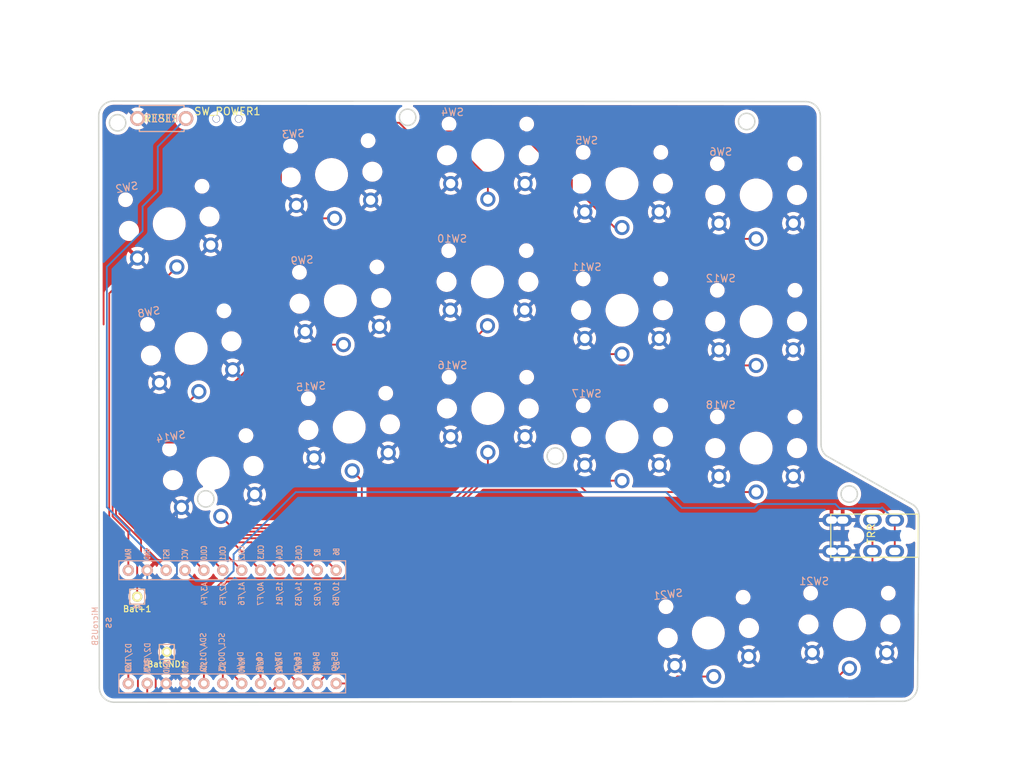
<source format=kicad_pcb>
(kicad_pcb (version 20210623) (generator pcbnew)
  (layers (0 "F.Cu" signal) (31 "B.Cu" signal) (34 "B.Paste" user) (35 "F.Paste" user) (36 "B.SilkS" user "B.Silkscreen") (37 "F.SilkS" user "F.Silkscreen") (38 "B.Mask" user) (39 "F.Mask" user) (44 "Edge.Cuts" user))
  (net 0 "")
  (net 1 "BT+")
  (net 2 "gnd")
  (net 3 "vcc")
  (net 4 "Switch18")
  (net 5 "reset")
  (net 6 "Switch1")
  (net 7 "Switch2")
  (net 8 "Switch3")
  (net 9 "Switch4")
  (net 10 "Switch5")
  (net 11 "Switch6")
  (net 12 "Switch7")
  (net 13 "Switch8")
  (net 14 "Switch9")
  (net 15 "Switch10")
  (net 16 "Switch11")
  (net 17 "Switch12")
  (net 18 "Switch13")
  (net 19 "Switch14")
  (net 20 "Switch15")
  (net 21 "Switch16")
  (net 22 "Switch17")
  (net 23 "Net-(SW_POWER1-Pad1)")
  (net 24 "raw")
  (footprint "kbd:1pin_conn" (layer "F.Cu") (at 19.91 84.74)
    (fp_text reference "Bat+1")
    (fp_text value "MountingHole_Pad" hide)
  )
  (footprint "kbd:1pin_conn" (layer "F.Cu") (at 23.89 92.17)
    (fp_text reference "BatGND1")
    (fp_text value "MountingHole_Pad" hide)
  )
  (footprint "Kailh:SW_PG1350_rev_DPB" (layer "F.Cu") (at 24.21571 34.603084 10)
    (fp_text reference "SW2" hide)
    (fp_text value "SW_Push" hide)
  )
  (footprint "Kailh:SW_PG1350_rev_DPB" (layer "F.Cu") (at 46.039769 27.99 4)
    (fp_text reference "SW3" hide)
    (fp_text value "SW_Push" hide)
  )
  (footprint "Kailh:SW_PG1350_rev_DPB" (layer "F.Cu") (at 67.056 25.4)
    (fp_text reference "SW4" hide)
    (fp_text value "SW_Push" hide)
  )
  (footprint "Kailh:SW_PG1350_rev_DPB" (layer "F.Cu") (at 85.09 29.21)
    (fp_text reference "SW5" hide)
    (fp_text value "SW_Push" hide)
  )
  (footprint "Kailh:SW_PG1350_rev_DPB" (layer "F.Cu") (at 103.124 30.734)
    (fp_text reference "SW6" hide)
    (fp_text value "SW_Push" hide)
  )
  (footprint "Kailh:SW_PG1350_rev_DPB" (layer "F.Cu") (at 27.170855 51.362542 10)
    (fp_text reference "SW8" hide)
    (fp_text value "SW_Push" hide)
  )
  (footprint "Kailh:SW_PG1350_rev_DPB" (layer "F.Cu") (at 47.226884 44.966546 4)
    (fp_text reference "SW9" hide)
    (fp_text value "SW_Push" hide)
  )
  (footprint "Kailh:SW_PG1350_rev_DPB" (layer "F.Cu") (at 67.006 42.418)
    (fp_text reference "SW10" hide)
    (fp_text value "SW_Push" hide)
  )
  (footprint "Kailh:SW_PG1350_rev_DPB" (layer "F.Cu") (at 85.09 46.228)
    (fp_text reference "SW11" hide)
    (fp_text value "SW_Push" hide)
  )
  (footprint "Kailh:SW_PG1350_rev_DPB" (layer "F.Cu") (at 103.124 47.752)
    (fp_text reference "SW12" hide)
    (fp_text value "SW_Push" hide)
  )
  (footprint "Kailh:SW_PG1350_rev_DPB" (layer "F.Cu") (at 30.126 68.122 10)
    (fp_text reference "SW14" hide)
    (fp_text value "SW_Push" hide)
  )
  (footprint "Kailh:SW_PG1350_rev_DPB" (layer "F.Cu") (at 48.414 61.943091 4)
    (fp_text reference "SW15" hide)
    (fp_text value "SW_Push" hide)
  )
  (footprint "Kailh:SW_PG1350_rev_DPB" (layer "F.Cu") (at 67.056 59.436)
    (fp_text reference "SW16" hide)
    (fp_text value "SW_Push" hide)
  )
  (footprint "Kailh:SW_PG1350_rev_DPB" (layer "F.Cu") (at 85.09 63.246)
    (fp_text reference "SW17" hide)
    (fp_text value "SW_Push" hide)
  )
  (footprint "Kailh:SW_PG1350_rev_DPB" (layer "F.Cu") (at 103.124 64.77)
    (fp_text reference "SW18" hide)
    (fp_text value "SW_Push" hide)
  )
  (footprint "Kailh:SW_PG1350_rev_DPB" (layer "F.Cu") (at 96.7 89.62 7)
    (fp_text reference "SW21" hide)
    (fp_text value "SW_Push" hide)
  )
  (footprint "Kailh:SPDT_C128955" (layer "F.Cu") (at 32.04 20.49)
    (fp_text reference "SW_POWER1")
    (fp_text value "SW_SPDT")
  )
  (footprint "foostan:MJ-4PP-9_2side" (layer "F.Cu") (at 125.06 76.54 -90)
    (fp_text reference "J1")
    (fp_text value "MJ-4PP-9" hide)
  )
  (footprint "Kailh:SW_PG1350_rev_DPB" (layer "F.Cu") (at 115.67 88.47)
    (fp_text reference "SW21" hide)
    (fp_text value "SW_Push" hide)
  )
  (footprint "foostan:ResetSW" (layer "B.Cu") (at 23.21 20.45 180)
    (fp_text reference "RSW1" hide)
    (fp_text value "SW_Push")
  )
  (footprint "foostan:ProMicro_v2_1side" (layer "B.Cu") (at 33.2 88.75 -90)
    (fp_text reference "U1" hide)
    (fp_text value "ProMicro-kbd" hide)
  )
  (gr_circle (center 29.13 71.59) (end 30.23 71.59) (layer "Edge.Cuts") (width 0.2) (fill none))
  (gr_circle (center 76.12 65.84) (end 77.22 65.84) (layer "Edge.Cuts") (width 0.2) (fill none))
  (gr_circle (center 56.27 20.29) (end 57.37 20.29) (layer "Edge.Cuts") (width 0.2) (fill none))
  (gr_line (start 125.041822 73.962698) (end 124.82 96.81) (layer "Edge.Cuts") (width 0.2))
  (gr_arc (start 16.819309 96.927034) (end 14.820011 96.924822) (angle -90.0832) (layer "Edge.Cuts") (width 0.2))
  (gr_arc (start 122.82 96.81) (end 122.82 98.81) (angle -90) (layer "Edge.Cuts") (width 0.2))
  (gr_arc (start 109.76 20.176399) (end 111.76 20.176399) (angle -89.9563) (layer "Edge.Cuts") (width 0.2))
  (gr_circle (center 17.28 21.03) (end 18.38 21.03) (layer "Edge.Cuts") (width 0.2) (fill none))
  (gr_arc (start 16.7313 20.1087) (end 16.733512 18.109402) (angle -90.0832) (layer "Edge.Cuts") (width 0.2))
  (gr_line (start 124.28 72.42) (end 112.564174 65.798649) (layer "Edge.Cuts") (width 0.2))
  (gr_circle (center 101.847999 20.8539) (end 102.947999 20.8539) (layer "Edge.Cuts") (width 0.2) (fill none))
  (gr_line (start 111.847943 64.265047) (end 111.76 20.176399) (layer "Edge.Cuts") (width 0.2))
  (gr_arc (start 123.09892 73.962698) (end 125.041822 73.962698) (angle -52.56255601) (layer "Edge.Cuts") (width 0.2))
  (gr_line (start 109.761525 18.1764) (end 16.733512 18.109402) (layer "Edge.Cuts") (width 0.2))
  (gr_arc (start 113.847943 64.265047) (end 111.847943 64.265047) (angle -50.0675) (layer "Edge.Cuts") (width 0.2))
  (gr_circle (center 115.64 70.94) (end 116.74 70.94) (layer "Edge.Cuts") (width 0.2) (fill none))
  (gr_line (start 16.82 98.926333) (end 122.82 98.81) (layer "Edge.Cuts") (width 0.2))
  (gr_line (start 14.732 20.1094) (end 14.820011 96.924822) (layer "Edge.Cuts") (width 0.2))
  (segment (start 31.29 23.79452) (end 37.88548 30.39) (width 0.25) (layer "F.Cu") (net 1))
  (segment (start 31.955 43.23048) (end 18.15952 43.23048) (width 0.25) (layer "F.Cu") (net 1))
  (segment (start 20.43 77.125718) (end 20.43 78.97) (width 0.25) (layer "F.Cu") (net 1))
  (segment (start 17.06048 73.756198) (end 20.43 77.125718) (width 0.25) (layer "F.Cu") (net 1))
  (segment (start 18.15952 43.23048) (end 17.06048 44.32952) (width 0.25) (layer "F.Cu") (net 1))
  (segment (start 19.91 79.49) (end 19.91 84.74) (width 0.25) (layer "F.Cu") (net 1))
  (segment (start 20.43 78.97) (end 19.91 79.49) (width 0.25) (layer "F.Cu") (net 1))
  (segment (start 37.88548 37.3) (end 31.955 43.23048) (width 0.25) (layer "F.Cu") (net 1))
  (segment (start 31.29 22.565) (end 31.29 23.79452) (width 0.25) (layer "F.Cu") (net 1))
  (segment (start 17.06048 44.32952) (end 17.06048 73.756198) (width 0.25) (layer "F.Cu") (net 1))
  (segment (start 37.88548 30.39) (end 37.88548 37.3) (width 0.25) (layer "F.Cu") (net 1))
  (segment (start 113.26 74.44) (end 113.26 78.64) (width 0.25) (layer "F.Cu") (net 2))
  (segment (start 114.76 78.64) (end 113.26 78.64) (width 0.25) (layer "F.Cu") (net 2))
  (segment (start 114.76 74.44) (end 114.76 78.64) (width 0.25) (layer "F.Cu") (net 2))
  (segment (start 113.26 74.44) (end 114.76 74.44) (width 0.25) (layer "F.Cu") (net 2))
  (segment (start 113.26 73.706) (end 113.26 74.44) (width 0.25) (layer "B.Cu") (net 2))
  (segment (start 25.255489 81.724511) (end 23.43 83.55) (width 0.25) (layer "B.Cu") (net 2))
  (segment (start 25.255489 73.338845) (end 25.255489 81.724511) (width 0.25) (layer "B.Cu") (net 2))
  (segment (start 23.43 83.55) (end 22.26 83.55) (width 0.25) (layer "B.Cu") (net 2))
  (segment (start 21.262 82.552) (end 21.262 81.1864) (width 0.25) (layer "B.Cu") (net 2))
  (segment (start 22.26 83.55) (end 21.262 82.552) (width 0.25) (layer "B.Cu") (net 2))
  (segment (start 25.861824 72.73251) (end 25.255489 73.338845) (width 0.25) (layer "B.Cu") (net 2))
  (segment (start 121.76 74.44) (end 121.76 78.64) (width 0.25) (layer "F.Cu") (net 3))
  (segment (start 113.765 72.285) (end 114.35 72.87) (width 0.25) (layer "B.Cu") (net 3))
  (segment (start 102.884141 72.805859) (end 103.405 72.285) (width 0.25) (layer "B.Cu") (net 3))
  (segment (start 114.35 72.87) (end 119.92 72.87) (width 0.25) (layer "B.Cu") (net 3))
  (segment (start 103.405 72.285) (end 113.765 72.285) (width 0.25) (layer "B.Cu") (net 3))
  (segment (start 32.875489 79.034511) (end 41.23 70.68) (width 0.25) (layer "B.Cu") (net 3))
  (segment (start 93.135859 72.805859) (end 102.884141 72.805859) (width 0.25) (layer "B.Cu") (net 3))
  (segment (start 26.342 81.1864) (end 27.795489 82.639889) (width 0.25) (layer "B.Cu") (net 3))
  (segment (start 32.875489 81.269471) (end 32.875489 79.034511) (width 0.25) (layer "B.Cu") (net 3))
  (segment (start 41.23 70.68) (end 91.01 70.68) (width 0.25) (layer "B.Cu") (net 3))
  (segment (start 31.505071 82.639889) (end 32.875489 81.269471) (width 0.25) (layer "B.Cu") (net 3))
  (segment (start 91.01 70.68) (end 93.135859 72.805859) (width 0.25) (layer "B.Cu") (net 3))
  (segment (start 27.795489 82.639889) (end 31.505071 82.639889) (width 0.25) (layer "B.Cu") (net 3))
  (segment (start 119.92 72.87) (end 120.055 72.735) (width 0.25) (layer "B.Cu") (net 3))
  (segment (start 120.055 72.735) (end 121.76 74.44) (width 0.25) (layer "B.Cu") (net 3))
  (segment (start 118.76 78.64) (end 118.76 93.9) (width 0.25) (layer "F.Cu") (net 4))
  (segment (start 47.93904 97.81) (end 47.50952 98.23952) (width 0.25) (layer "F.Cu") (net 4))
  (segment (start 21.262 97.942) (end 21.262 96.4064) (width 0.25) (layer "F.Cu") (net 4))
  (segment (start 114.85 97.81) (end 47.93904 97.81) (width 0.25) (layer "F.Cu") (net 4))
  (segment (start 21.55952 98.23952) (end 21.262 97.942) (width 0.25) (layer "F.Cu") (net 4))
  (segment (start 118.76 93.9) (end 114.85 97.81) (width 0.25) (layer "F.Cu") (net 4))
  (segment (start 47.50952 98.23952) (end 21.55952 98.23952) (width 0.25) (layer "F.Cu") (net 4))
  (segment (start 118.76 78.64) (end 118.76 74.44) (width 0.25) (layer "F.Cu") (net 4))
  (segment (start 26.46 20.45) (end 22.684 24.226) (width 0.25) (layer "B.Cu") (net 5))
  (segment (start 22.684 30.226) (end 20.638666 32.271334) (width 0.25) (layer "B.Cu") (net 5))
  (segment (start 18.8756 76.26) (end 23.802 81.1864) (width 0.25) (layer "B.Cu") (net 5))
  (segment (start 18.8756 75.7456) (end 15.83 72.7) (width 0.25) (layer "B.Cu") (net 5))
  (segment (start 15.83 40.387332) (end 15.83 72.7) (width 0.25) (layer "B.Cu") (net 5))
  (segment (start 22.684 24.966) (end 22.684 30.226) (width 0.25) (layer "B.Cu") (net 5))
  (segment (start 20.638666 32.271334) (end 20.638666 35.578666) (width 0.25) (layer "B.Cu") (net 5))
  (segment (start 20.638666 35.578666) (end 15.83 40.387332) (width 0.25) (layer "B.Cu") (net 5))
  (segment (start 18.8756 76.26) (end 18.8756 75.7456) (width 0.25) (layer "B.Cu") (net 5))
  (segment (start 22.684 24.226) (end 22.684 24.966) (width 0.25) (layer "B.Cu") (net 5))
  (segment (start 22.399889 95.319889) (end 22.399889 96.959889) (width 0.25) (layer "F.Cu") (net 6))
  (segment (start 23.23 97.79) (end 37.6584 97.79) (width 0.25) (layer "F.Cu") (net 6))
  (segment (start 16.157621 95.378581) (end 17.08452 96.30548) (width 0.25) (layer "F.Cu") (net 6))
  (segment (start 22.399889 96.959889) (end 23.23 97.79) (width 0.25) (layer "F.Cu") (net 6))
  (segment (start 25.240234 40.41345) (end 23.322244 42.33144) (width 0.25) (layer "F.Cu") (net 6))
  (segment (start 20.01 95.42) (end 20.5 94.93) (width 0.25) (layer "F.Cu") (net 6))
  (segment (start 16.157621 43.960944) (end 16.157621 95.378581) (width 0.25) (layer "F.Cu") (net 6))
  (segment (start 23.322244 42.33144) (end 17.787124 42.33144) (width 0.25) (layer "F.Cu") (net 6))
  (segment (start 20.5 94.93) (end 22.01 94.93) (width 0.25) (layer "F.Cu") (net 6))
  (segment (start 19.59 98.05) (end 20.01 97.63) (width 0.25) (layer "F.Cu") (net 6))
  (segment (start 17.787124 42.33144) (end 16.157621 43.960944) (width 0.25) (layer "F.Cu") (net 6))
  (segment (start 17.97 98.05) (end 19.59 98.05) (width 0.25) (layer "F.Cu") (net 6))
  (segment (start 20.01 97.63) (end 20.01 95.42) (width 0.25) (layer "F.Cu") (net 6))
  (segment (start 17.08452 97.16452) (end 17.97 98.05) (width 0.25) (layer "F.Cu") (net 6))
  (segment (start 17.08452 96.30548) (end 17.08452 97.16452) (width 0.25) (layer "F.Cu") (net 6))
  (segment (start 37.6584 97.79) (end 39.042 96.4064) (width 0.25) (layer "F.Cu") (net 6))
  (segment (start 22.01 94.93) (end 22.399889 95.319889) (width 0.25) (layer "F.Cu") (net 6))
  (segment (start 32.730012 45.037139) (end 43.891523 33.875628) (width 0.25) (layer "F.Cu") (net 7))
  (segment (start 27.689595 77.87816) (end 27.475717 77.664283) (width 0.25) (layer "F.Cu") (net 7))
  (segment (start 36.502 81.1864) (end 33.19376 77.87816) (width 0.25) (layer "F.Cu") (net 7))
  (segment (start 43.891523 33.875628) (end 46.451332 33.875628) (width 0.25) (layer "F.Cu") (net 7))
  (segment (start 18.87856 73.027604) (end 18.87856 45.592396) (width 0.25) (layer "F.Cu") (net 7))
  (segment (start 27.420478 77.719522) (end 23.570478 77.719522) (width 0.25) (layer "F.Cu") (net 7))
  (segment (start 19.433817 45.037139) (end 32.730012 45.037139) (width 0.25) (layer "F.Cu") (net 7))
  (segment (start 33.19376 77.87816) (end 27.689595 77.87816) (width 0.25) (layer "F.Cu") (net 7))
  (segment (start 27.475717 77.664283) (end 27.420478 77.719522) (width 0.25) (layer "F.Cu") (net 7))
  (segment (start 18.87856 45.592396) (end 19.433817 45.037139) (width 0.25) (layer "F.Cu") (net 7))
  (segment (start 23.570478 77.719522) (end 18.87856 73.027604) (width 0.25) (layer "F.Cu") (net 7))
  (segment (start 39.234039 22.665961) (end 39.234039 37.897395) (width 0.25) (layer "F.Cu") (net 8))
  (segment (start 27.138518 78.171482) (end 27.294716 78.32768) (width 0.25) (layer "F.Cu") (net 8))
  (segment (start 39.95 21.95) (end 39.234039 22.665961) (width 0.25) (layer "F.Cu") (net 8))
  (segment (start 39.234039 37.897395) (end 32.543815 44.587619) (width 0.25) (layer "F.Cu") (net 8))
  (segment (start 54.6 21.95) (end 39.95 21.95) (width 0.25) (layer "F.Cu") (net 8))
  (segment (start 31.10328 78.32768) (end 33.962 81.1864) (width 0.25) (layer "F.Cu") (net 8))
  (segment (start 23.38672 78.171482) (end 27.138518 78.171482) (width 0.25) (layer "F.Cu") (net 8))
  (segment (start 18.42904 73.213802) (end 23.38672 78.171482) (width 0.25) (layer "F.Cu") (net 8))
  (segment (start 32.543815 44.587619) (end 19.247619 44.587619) (width 0.25) (layer "F.Cu") (net 8))
  (segment (start 67.056 31.3) (end 67.056 28.357452) (width 0.25) (layer "F.Cu") (net 8))
  (segment (start 27.294716 78.32768) (end 31.10328 78.32768) (width 0.25) (layer "F.Cu") (net 8))
  (segment (start 61.83 23.131452) (end 55.781452 23.131452) (width 0.25) (layer "F.Cu") (net 8))
  (segment (start 67.056 28.357452) (end 61.83 23.131452) (width 0.25) (layer "F.Cu") (net 8))
  (segment (start 55.781452 23.131452) (end 54.6 21.95) (width 0.25) (layer "F.Cu") (net 8))
  (segment (start 19.247619 44.587619) (end 18.42904 45.406198) (width 0.25) (layer "F.Cu") (net 8))
  (segment (start 18.42904 45.406198) (end 18.42904 73.213802) (width 0.25) (layer "F.Cu") (net 8))
  (segment (start 17.97952 73.4) (end 23.2022 78.62268) (width 0.25) (layer "F.Cu") (net 9))
  (segment (start 23.2022 78.62268) (end 26.953998 78.62268) (width 0.25) (layer "F.Cu") (net 9))
  (segment (start 84.109852 35.11) (end 80.134926 31.135074) (width 0.25) (layer "F.Cu") (net 9))
  (segment (start 77.784926 28.785074) (end 71.639372 22.63952) (width 0.25) (layer "F.Cu") (net 9))
  (segment (start 85.09 35.11) (end 84.109852 35.11) (width 0.25) (layer "F.Cu") (net 9))
  (segment (start 38.78452 21.53548) (end 38.78452 37.711197) (width 0.25) (layer "F.Cu") (net 9))
  (segment (start 32.366197 44.12952) (end 19.07 44.12952) (width 0.25) (layer "F.Cu") (net 9))
  (segment (start 77.75 28.82) (end 77.75 30.51) (width 0.25) (layer "F.Cu") (net 9))
  (segment (start 70.92 22.63952) (end 70.877588 22.681932) (width 0.25) (layer "F.Cu") (net 9))
  (segment (start 78.375074 31.135074) (end 80.134926 31.135074) (width 0.25) (layer "F.Cu") (net 9))
  (segment (start 29.0128 78.7772) (end 31.422 81.1864) (width 0.25) (layer "F.Cu") (net 9))
  (segment (start 77.784926 28.785074) (end 77.75 28.82) (width 0.25) (layer "F.Cu") (net 9))
  (segment (start 71.639372 22.63952) (end 70.92 22.63952) (width 0.25) (layer "F.Cu") (net 9))
  (segment (start 17.97952 45.26) (end 17.97952 73.4) (width 0.25) (layer "F.Cu") (net 9))
  (segment (start 17.95952 45.24) (end 17.97952 45.26) (width 0.25) (layer "F.Cu") (net 9))
  (segment (start 54.938979 21.47952) (end 38.84048 21.47952) (width 0.25) (layer "F.Cu") (net 9))
  (segment (start 38.84048 21.47952) (end 38.78452 21.53548) (width 0.25) (layer "F.Cu") (net 9))
  (segment (start 27.108518 78.7772) (end 29.0128 78.7772) (width 0.25) (layer "F.Cu") (net 9))
  (segment (start 19.07 44.12952) (end 17.95952 45.24) (width 0.25) (layer "F.Cu") (net 9))
  (segment (start 77.75 30.51) (end 78.375074 31.135074) (width 0.25) (layer "F.Cu") (net 9))
  (segment (start 37.847859 38.647859) (end 32.366197 44.12952) (width 0.25) (layer "F.Cu") (net 9))
  (segment (start 38.78452 37.711197) (end 37.847859 38.647859) (width 0.25) (layer "F.Cu") (net 9))
  (segment (start 26.953998 78.62268) (end 27.108518 78.7772) (width 0.25) (layer "F.Cu") (net 9))
  (segment (start 56.14139 22.681932) (end 54.938979 21.47952) (width 0.25) (layer "F.Cu") (net 9))
  (segment (start 37.847859 38.647859) (end 37.977859 38.517859) (width 0.25) (layer "F.Cu") (net 9))
  (segment (start 70.877588 22.681932) (end 56.14139 22.681932) (width 0.25) (layer "F.Cu") (net 9))
  (segment (start 38.56 21.03) (end 38.335 21.255) (width 0.25) (layer "F.Cu") (net 10))
  (segment (start 18.57 43.68) (end 17.51 44.74) (width 0.25) (layer "F.Cu") (net 10))
  (segment (start 17.51 66.29) (end 17.53 66.31) (width 0.25) (layer "F.Cu") (net 10))
  (segment (start 78.561272 30.685554) (end 78.347859 30.472141) (width 0.25) (layer "F.Cu") (net 10))
  (segment (start 55.125177 21.03) (end 38.56 21.03) (width 0.25) (layer "F.Cu") (net 10))
  (segment (start 17.53 73.59) (end 23.0122 79.0722) (width 0.25) (layer "F.Cu") (net 10))
  (segment (start 56.285176 22.19) (end 55.125177 21.03) (width 0.25) (layer "F.Cu") (net 10))
  (segment (start 38.335 21.255) (end 38.335 37.525) (width 0.25) (layer "F.Cu") (net 10))
  (segment (start 86.155 33.325) (end 82.96057 33.325) (width 0.25) (layer "F.Cu") (net 10))
  (segment (start 78.347859 30.472141) (end 78.347859 28.712289) (width 0.25) (layer "F.Cu") (net 10))
  (segment (start 17.53 66.31) (end 17.53 73.59) (width 0.25) (layer "F.Cu") (net 10))
  (segment (start 80.321124 30.685554) (end 78.561272 30.685554) (width 0.25) (layer "F.Cu") (net 10))
  (segment (start 71.82557 22.19) (end 56.285176 22.19) (width 0.25) (layer "F.Cu") (net 10))
  (segment (start 78.347859 28.712289) (end 71.82557 22.19) (width 0.25) (layer "F.Cu") (net 10))
  (segment (start 32.18 43.68) (end 18.57 43.68) (width 0.25) (layer "F.Cu") (net 10))
  (segment (start 17.51 44.74) (end 17.51 66.29) (width 0.25) (layer "F.Cu") (net 10))
  (segment (start 82.96057 33.325) (end 80.321124 30.685554) (width 0.25) (layer "F.Cu") (net 10))
  (segment (start 23.0122 79.0722) (end 26.7678 79.0722) (width 0.25) (layer "F.Cu") (net 10))
  (segment (start 26.7678 79.0722) (end 28.882 81.1864) (width 0.25) (layer "F.Cu") (net 10))
  (segment (start 38.335 37.525) (end 32.18 43.68) (width 0.25) (layer "F.Cu") (net 10))
  (segment (start 89.464 36.634) (end 86.155 33.325) (width 0.25) (layer "F.Cu") (net 10))
  (segment (start 103.124 36.634) (end 89.464 36.634) (width 0.25) (layer "F.Cu") (net 10))
  (segment (start 23.508287 61.86) (end 21.484283 61.86) (width 0.25) (layer "F.Cu") (net 11))
  (segment (start 35.28424 77.42864) (end 39.042 81.1864) (width 0.25) (layer "F.Cu") (net 11))
  (segment (start 23.623097 77.136423) (end 27.583577 77.136423) (width 0.25) (layer "F.Cu") (net 11))
  (segment (start 19.32808 64.29808) (end 19.32808 72.841406) (width 0.25) (layer "F.Cu") (net 11))
  (segment (start 28.195379 57.172908) (end 23.508287 61.86) (width 0.25) (layer "F.Cu") (net 11))
  (segment (start 19.32808 64.29808) (end 19.32808 64.001403) (width 0.25) (layer "F.Cu") (net 11))
  (segment (start 27.583577 77.136423) (end 27.875793 77.42864) (width 0.25) (layer "F.Cu") (net 11))
  (segment (start 27.875793 77.42864) (end 35.28424 77.42864) (width 0.25) (layer "F.Cu") (net 11))
  (segment (start 19.32808 72.841406) (end 23.623097 77.136423) (width 0.25) (layer "F.Cu") (net 11))
  (segment (start 21.484283 61.86) (end 19.596202 63.74808) (width 0.25) (layer "F.Cu") (net 11))
  (segment (start 19.32808 64.001403) (end 19.588803 63.74068) (width 0.25) (layer "F.Cu") (net 11))
  (segment (start 23.750956 76.628564) (end 27.711436 76.628564) (width 0.25) (layer "F.Cu") (net 12))
  (segment (start 26.217098 62.67) (end 21.31 62.67) (width 0.25) (layer "F.Cu") (net 12))
  (segment (start 27.972871 76.89) (end 37.2856 76.89) (width 0.25) (layer "F.Cu") (net 12))
  (segment (start 37.2856 76.89) (end 41.582 81.1864) (width 0.25) (layer "F.Cu") (net 12))
  (segment (start 19.7924 64.1876) (end 19.7776 64.1876) (width 0.25) (layer "F.Cu") (net 12))
  (segment (start 19.7776 72.655208) (end 23.750956 76.628564) (width 0.25) (layer "F.Cu") (net 12))
  (segment (start 45.782174 50.852174) (end 43.423868 53.21048) (width 0.25) (layer "F.Cu") (net 12))
  (segment (start 35.676618 53.21048) (end 26.217098 62.67) (width 0.25) (layer "F.Cu") (net 12))
  (segment (start 47.638447 50.852174) (end 45.782174 50.852174) (width 0.25) (layer "F.Cu") (net 12))
  (segment (start 21.31 62.67) (end 19.7924 64.1876) (width 0.25) (layer "F.Cu") (net 12))
  (segment (start 43.423868 53.21048) (end 35.676618 53.21048) (width 0.25) (layer "F.Cu") (net 12))
  (segment (start 19.7776 64.1876) (end 19.7776 72.655208) (width 0.25) (layer "F.Cu") (net 12))
  (segment (start 27.711436 76.628564) (end 27.972871 76.89) (width 0.25) (layer "F.Cu") (net 12))
  (segment (start 20.22712 64.41288) (end 20.22712 72.43712) (width 0.25) (layer "F.Cu") (net 13))
  (segment (start 51.23 51.45) (end 49.02 53.66) (width 0.25) (layer "F.Cu") (net 13))
  (segment (start 28.159069 76.44048) (end 39.37608 76.44048) (width 0.25) (layer "F.Cu") (net 13))
  (segment (start 49.02 53.66) (end 35.862816 53.66) (width 0.25) (layer "F.Cu") (net 13))
  (segment (start 26.403295 63.11952) (end 21.51952 63.11952) (width 0.25) (layer "F.Cu") (net 13))
  (segment (start 21.51952 63.11952) (end 21.51952 63.12048) (width 0.25) (layer "F.Cu") (net 13))
  (segment (start 63.874 51.45) (end 51.23 51.45) (width 0.25) (layer "F.Cu") (net 13))
  (segment (start 20.22712 72.43712) (end 23.969044 76.179044) (width 0.25) (layer "F.Cu") (net 13))
  (segment (start 39.37608 76.44048) (end 44.122 81.1864) (width 0.25) (layer "F.Cu") (net 13))
  (segment (start 27.897633 76.179044) (end 28.159069 76.44048) (width 0.25) (layer "F.Cu") (net 13))
  (segment (start 67.006 48.318) (end 63.874 51.45) (width 0.25) (layer "F.Cu") (net 13))
  (segment (start 35.862816 53.66) (end 26.403295 63.11952) (width 0.25) (layer "F.Cu") (net 13))
  (segment (start 21.51952 63.12048) (end 20.22712 64.41288) (width 0.25) (layer "F.Cu") (net 13))
  (segment (start 23.969044 76.179044) (end 27.897633 76.179044) (width 0.25) (layer "F.Cu") (net 13))
  (segment (start 28.5 75.99096) (end 41.46656 75.99096) (width 0.25) (layer "F.Cu") (net 14))
  (segment (start 21.79424 63.56904) (end 20.67664 64.68664) (width 0.25) (layer "F.Cu") (net 14))
  (segment (start 20.67664 72.22664) (end 24.179524 75.729524) (width 0.25) (layer "F.Cu") (net 14))
  (segment (start 20.67664 64.68664) (end 20.67664 72.22664) (width 0.25) (layer "F.Cu") (net 14))
  (segment (start 24.179524 75.729524) (end 28.238564 75.729524) (width 0.25) (layer "F.Cu") (net 14))
  (segment (start 49.206197 54.10952) (end 36.067762 54.10952) (width 0.25) (layer "F.Cu") (net 14))
  (segment (start 85.09 52.128) (end 51.187718 52.128) (width 0.25) (layer "F.Cu") (net 14))
  (segment (start 26.608242 63.56904) (end 21.79424 63.56904) (width 0.25) (layer "F.Cu") (net 14))
  (segment (start 41.46656 75.99096) (end 46.662 81.1864) (width 0.25) (layer "F.Cu") (net 14))
  (segment (start 36.067762 54.10952) (end 26.608242 63.56904) (width 0.25) (layer "F.Cu") (net 14))
  (segment (start 28.238564 75.729524) (end 28.5 75.99096) (width 0.25) (layer "F.Cu") (net 14))
  (segment (start 51.187718 52.128) (end 49.206197 54.10952) (width 0.25) (layer "F.Cu") (net 14))
  (segment (start 31.777859 82.272911) (end 28.405385 85.645385) (width 0.25) (layer "F.Cu") (net 15))
  (segment (start 19.26 93.79) (end 27.17 93.79) (width 0.25) (layer "F.Cu") (net 15))
  (segment (start 28.43248 92.55) (end 27.18124 93.80124) (width 0.25) (layer "F.Cu") (net 15))
  (segment (start 28.290385 85.760385) (end 28.43248 85.90248) (width 0.25) (layer "F.Cu") (net 15))
  (segment (start 26.878242 64.01856) (end 22.12144 64.01856) (width 0.25) (layer "F.Cu") (net 15))
  (segment (start 29.41 75.54144) (end 43.85856 75.54144) (width 0.25) (layer "F.Cu") (net 15))
  (segment (start 49.786233 82.272911) (end 31.777859 82.272911) (width 0.25) (layer "F.Cu") (net 15))
  (segment (start 18.722 96.4064) (end 18.722 94.328) (width 0.25) (layer "F.Cu") (net 15))
  (segment (start 51.44 52.57752) (end 49.45848 54.55904) (width 0.25) (layer "F.Cu") (net 15))
  (segment (start 18.722 94.328) (end 19.26 93.79) (width 0.25) (layer "F.Cu") (net 15))
  (segment (start 81.97752 52.57752) (end 51.44 52.57752) (width 0.25) (layer "F.Cu") (net 15))
  (segment (start 22.12144 64.01856) (end 21.12616 65.01384) (width 0.25) (layer "F.Cu") (net 15))
  (segment (start 49.457089 81.139969) (end 49.457089 81.147089) (width 0.25) (layer "F.Cu") (net 15))
  (segment (start 29.148564 75.280004) (end 29.41 75.54144) (width 0.25) (layer "F.Cu") (net 15))
  (segment (start 50.02 82.039144) (end 49.786233 82.272911) (width 0.25) (layer "F.Cu") (net 15))
  (segment (start 83.052 53.652) (end 81.97752 52.57752) (width 0.25) (layer "F.Cu") (net 15))
  (segment (start 49.45848 54.55904) (end 36.337762 54.55904) (width 0.25) (layer "F.Cu") (net 15))
  (segment (start 50.02 81.71) (end 50.02 82.039144) (width 0.25) (layer "F.Cu") (net 15))
  (segment (start 21.12616 65.01384) (end 21.12616 72.01) (width 0.25) (layer "F.Cu") (net 15))
  (segment (start 24.396164 75.280004) (end 29.148564 75.280004) (width 0.25) (layer "F.Cu") (net 15))
  (segment (start 27.17 93.79) (end 27.18124 93.80124) (width 0.25) (layer "F.Cu") (net 15))
  (segment (start 49.457089 81.147089) (end 50.02 81.71) (width 0.25) (layer "F.Cu") (net 15))
  (segment (start 21.12616 72.01) (end 24.396164 75.280004) (width 0.25) (layer "F.Cu") (net 15))
  (segment (start 28.490385 85.560385) (end 28.290385 85.760385) (width 0.25) (layer "F.Cu") (net 15))
  (segment (start 103.124 53.652) (end 83.052 53.652) (width 0.25) (layer "F.Cu") (net 15))
  (segment (start 28.43248 85.90248) (end 28.43248 92.55) (width 0.25) (layer "F.Cu") (net 15))
  (segment (start 36.337762 54.55904) (end 26.878242 64.01856) (width 0.25) (layer "F.Cu") (net 15))
  (segment (start 43.85856 75.54144) (end 49.457089 81.139969) (width 0.25) (layer "F.Cu") (net 15))
  (segment (start 44.30808 75.355243) (end 50.47 81.517163) (width 0.25) (layer "F.Cu") (net 16))
  (segment (start 44.044758 75.09192) (end 44.30808 75.355243) (width 0.25) (layer "F.Cu") (net 16))
  (segment (start 31.964057 82.722431) (end 28.882 85.804488) (width 0.25) (layer "F.Cu") (net 16))
  (segment (start 50.47 82.224862) (end 49.972431 82.722431) (width 0.25) (layer "F.Cu") (net 16))
  (segment (start 31.150524 73.932366) (end 32.310078 75.09192) (width 0.25) (layer "F.Cu") (net 16))
  (segment (start 32.310078 75.09192) (end 44.044758 75.09192) (width 0.25) (layer "F.Cu") (net 16))
  (segment (start 28.882 85.804488) (end 28.882 96.4064) (width 0.25) (layer "F.Cu") (net 16))
  (segment (start 49.972431 82.722431) (end 31.964057 82.722431) (width 0.25) (layer "F.Cu") (net 16))
  (segment (start 50.47 81.517163) (end 50.47 82.224862) (width 0.25) (layer "F.Cu") (net 16))
  (segment (start 31.422 94.982) (end 31.422 96.4064) (width 0.25) (layer "F.Cu") (net 17))
  (segment (start 29.33152 92.89152) (end 31.422 94.982) (width 0.25) (layer "F.Cu") (net 17))
  (segment (start 50.99 81.21) (end 50.99 82.41) (width 0.25) (layer "F.Cu") (net 17))
  (segment (start 31.962206 83.36) (end 29.33152 85.990686) (width 0.25) (layer "F.Cu") (net 17))
  (segment (start 50.11 80.33) (end 50.99 81.21) (width 0.25) (layer "F.Cu") (net 17))
  (segment (start 48.825563 67.828719) (end 50.11 69.113156) (width 0.25) (layer "F.Cu") (net 17))
  (segment (start 50.99 82.41) (end 50.04 83.36) (width 0.25) (layer "F.Cu") (net 17))
  (segment (start 50.04 83.36) (end 31.962206 83.36) (width 0.25) (layer "F.Cu") (net 17))
  (segment (start 50.11 69.113156) (end 50.11 80.33) (width 0.25) (layer "F.Cu") (net 17))
  (segment (start 29.33152 85.990686) (end 29.33152 92.89152) (width 0.25) (layer "F.Cu") (net 17))
  (segment (start 29.78104 92.68) (end 30.2356 92.68) (width 0.25) (layer "F.Cu") (net 18))
  (segment (start 67.056 67.14304) (end 50.38952 83.80952) (width 0.25) (layer "F.Cu") (net 18))
  (segment (start 29.78104 86.176884) (end 29.78104 92.68) (width 0.25) (layer "F.Cu") (net 18))
  (segment (start 30.2356 92.68) (end 33.962 96.4064) (width 0.25) (layer "F.Cu") (net 18))
  (segment (start 32.148404 83.80952) (end 29.78104 86.176884) (width 0.25) (layer "F.Cu") (net 18))
  (segment (start 50.38952 83.80952) (end 32.148404 83.80952) (width 0.25) (layer "F.Cu") (net 18))
  (segment (start 67.056 65.336) (end 67.056 67.14304) (width 0.25) (layer "F.Cu") (net 18))
  (segment (start 30.23056 92.02) (end 32.88056 94.67) (width 0.25) (layer "F.Cu") (net 19))
  (segment (start 32.88056 94.67) (end 35.86 94.67) (width 0.25) (layer "F.Cu") (net 19))
  (segment (start 36.502 95.312) (end 36.502 96.4064) (width 0.25) (layer "F.Cu") (net 19))
  (segment (start 65.86208 69.146) (end 50.74904 84.25904) (width 0.25) (layer "F.Cu") (net 19))
  (segment (start 30.23056 86.363082) (end 30.23056 92.02) (width 0.25) (layer "F.Cu") (net 19))
  (segment (start 35.86 94.67) (end 36.502 95.312) (width 0.25) (layer "F.Cu") (net 19))
  (segment (start 32.334602 84.25904) (end 30.23056 86.363082) (width 0.25) (layer "F.Cu") (net 19))
  (segment (start 85.09 69.146) (end 65.86208 69.146) (width 0.25) (layer "F.Cu") (net 19))
  (segment (start 50.74904 84.25904) (end 32.334602 84.25904) (width 0.25) (layer "F.Cu") (net 19))
  (segment (start 39.39608 94.22048) (end 41.582 96.4064) (width 0.25) (layer "F.Cu") (net 20))
  (segment (start 66.09 69.59552) (end 51.06144 84.62408) (width 0.25) (layer "F.Cu") (net 20))
  (segment (start 51.06144 84.70856) (end 32.5208 84.70856) (width 0.25) (layer "F.Cu") (net 20))
  (segment (start 80.21 70.59) (end 79.21552 69.59552) (width 0.25) (layer "F.Cu") (net 20))
  (segment (start 30.68008 91.833802) (end 33.066758 94.22048) (width 0.25) (layer "F.Cu") (net 20))
  (segment (start 51.06144 84.62408) (end 51.06144 84.70856) (width 0.25) (layer "F.Cu") (net 20))
  (segment (start 32.5208 84.70856) (end 30.68008 86.54928) (width 0.25) (layer "F.Cu") (net 20))
  (segment (start 80.21 70.67) (end 80.21 70.59) (width 0.25) (layer "F.Cu") (net 20))
  (segment (start 79.21552 69.59552) (end 66.09 69.59552) (width 0.25) (layer "F.Cu") (net 20))
  (segment (start 30.68008 86.54928) (end 30.68008 91.833802) (width 0.25) (layer "F.Cu") (net 20))
  (segment (start 33.066758 94.22048) (end 39.39608 94.22048) (width 0.25) (layer "F.Cu") (net 20))
  (segment (start 103.124 70.67) (end 80.21 70.67) (width 0.25) (layer "F.Cu") (net 20))
  (segment (start 50.117956 96.87) (end 72.98 96.87) (width 0.25) (layer "F.Cu") (net 21))
  (segment (start 92.524458 95.476022) (end 97.419029 95.476022) (width 0.25) (layer "F.Cu") (net 21))
  (segment (start 72.99048 96.88048) (end 72.98 96.87) (width 0.25) (layer "F.Cu") (net 21))
  (segment (start 91.12 96.88048) (end 92.524458 95.476022) (width 0.25) (layer "F.Cu") (net 21))
  (segment (start 44.122 96.4064) (end 45.702378 94.826022) (width 0.25) (layer "F.Cu") (net 21))
  (segment (start 48.073978 94.826022) (end 50.117956 96.87) (width 0.25) (layer "F.Cu") (net 21))
  (segment (start 45.702378 94.826022) (end 48.073978 94.826022) (width 0.25) (layer "F.Cu") (net 21))
  (segment (start 91.12 96.88048) (end 72.99048 96.88048) (width 0.25) (layer "F.Cu") (net 21))
  (segment (start 72.98 96.87) (end 73.49 96.87) (width 0.25) (layer "F.Cu") (net 21))
  (segment (start 46.662 96.4064) (end 48.9064 96.4064) (width 0.25) (layer "F.Cu") (net 22))
  (segment (start 112.316993 97.33) (end 114.653497 94.993497) (width 0.25) (layer "F.Cu") (net 22))
  (segment (start 115.276994 94.37) (end 114.653497 94.993497) (width 0.25) (layer "F.Cu") (net 22))
  (segment (start 114.653497 94.993497) (end 114.820971 94.826022) (width 0.25) (layer "F.Cu") (net 22))
  (segment (start 48.9064 96.4064) (end 49.83 97.33) (width 0.25) (layer "F.Cu") (net 22))
  (segment (start 115.67 94.37) (end 115.276994 94.37) (width 0.25) (layer "F.Cu") (net 22))
  (segment (start 49.83 97.33) (end 112.316993 97.33) (width 0.25) (layer "F.Cu") (net 22))
  (segment (start 16.874283 74.205718) (end 18.722 76.053435) (width 0.25) (layer "F.Cu") (net 24))
  (segment (start 31.725 42.78096) (end 17.973322 42.78096) (width 0.25) (layer "F.Cu") (net 24))
  (segment (start 16.607141 73.938577) (end 16.874283 74.205718) (width 0.25) (layer "F.Cu") (net 24))
  (segment (start 37.43596 30.576198) (end 37.43596 37.07) (width 0.25) (layer "F.Cu") (net 24))
  (segment (start 29.79 22.565) (end 29.79 22.930238) (width 0.25) (layer "F.Cu") (net 24))
  (segment (start 16.607141 44.147141) (end 16.607141 73.938577) (width 0.25) (layer "F.Cu") (net 24))
  (segment (start 37.43596 37.07) (end 31.725 42.78096) (width 0.25) (layer "F.Cu") (net 24))
  (segment (start 17.973322 42.78096) (end 16.607141 44.147141) (width 0.25) (layer "F.Cu") (net 24))
  (segment (start 18.722 76.053435) (end 18.722 81.1864) (width 0.25) (layer "F.Cu") (net 24))
  (segment (start 29.79 22.930238) (end 37.43596 30.576198) (width 0.25) (layer "F.Cu") (net 24))
  (zone (net 2) (net_name "gnd") (layer "F.Cu") (connect_pads (clearance 0.508)) (min_thickness 0.254) (fill yes (thermal_gap 0.508) (thermal_bridge_width 0.508))
    (polygon (pts (xy 121.92 14.986) (xy 133.096 100.838) (xy 1.46686 103.026466) (xy 11.19686 13.256466)))
  )
  (zone (net 2) (net_name "gnd") (layer "B.Cu") (connect_pads (clearance 0.508)) (min_thickness 0.254) (fill yes (thermal_gap 0.508) (thermal_bridge_width 0.508))
    (polygon (pts (xy 133.04201 14.678083) (xy 139.14288 106.453744) (xy 111.51087 107.523661) (xy 5.33 106.17) (xy 6.76 11.92)))
  )
)
</source>
